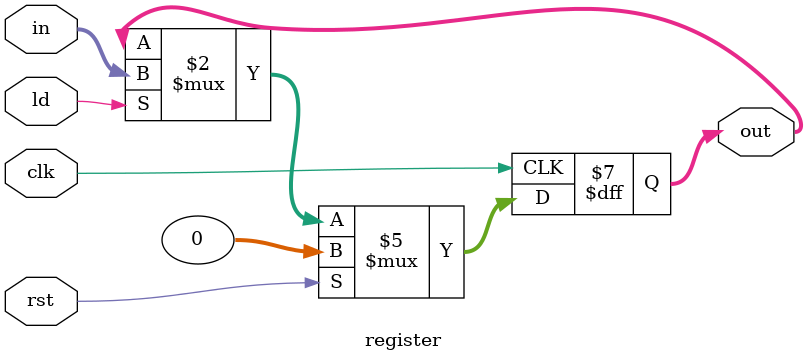
<source format=v>
module register(input clk, rst, ld,
                input [31:0] in,
                output reg [31:0] out);

  always @ (posedge clk) begin
    if (rst)
      out <= 0;
    else if (ld)
      out <= in;
  end
  
endmodule
</source>
